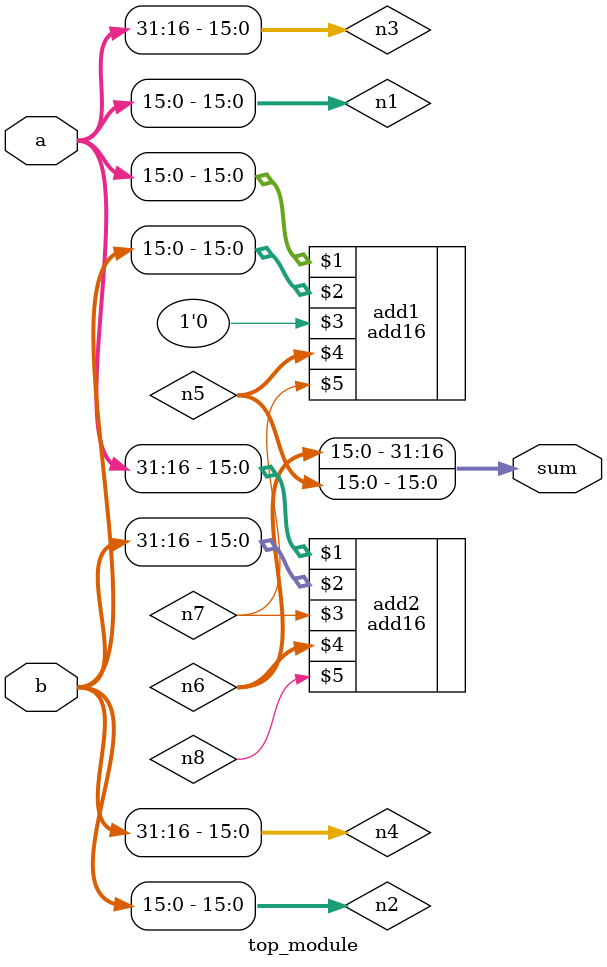
<source format=v>
module top_module(
    input [31:0] a,
    input [31:0] b,
    output [31:0] sum
);
    wire [15:0] n1, n2, n3, n4, n5, n6;
    wire n7, n8;
    assign n1 = a[15:0];
    assign n2 = b[15:0];
    assign n3 = a[31:16];
    assign n4 = b[31:16];
    add16 add1(n1, n2, 1'b0, n5, n7);
    add16 add2(n3, n4, n7, n6, n8);
    assign sum = {n6, n5};
endmodule
</source>
